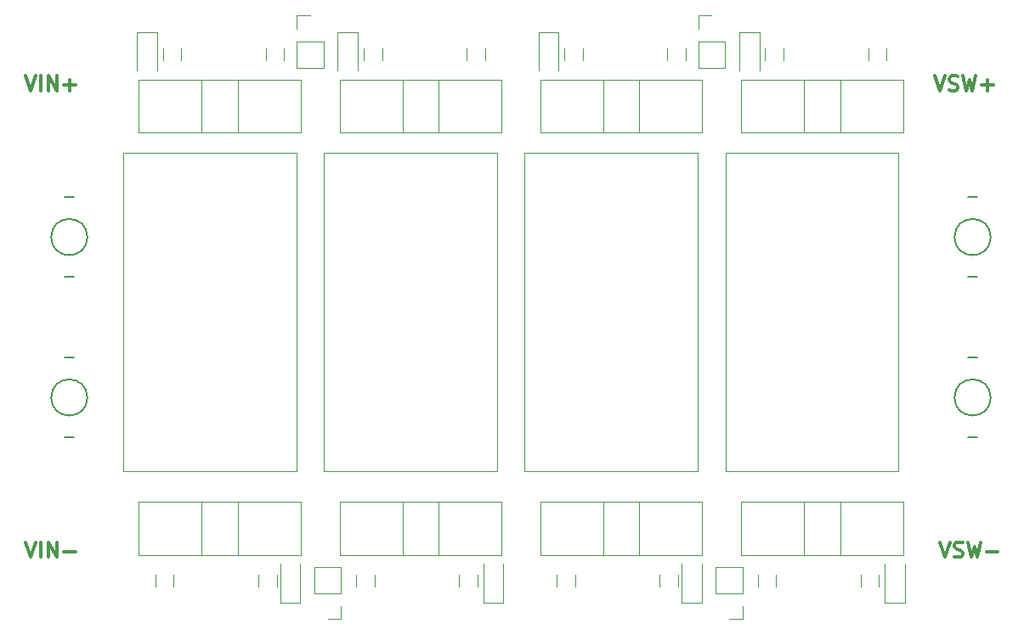
<source format=gbr>
G04 #@! TF.GenerationSoftware,KiCad,Pcbnew,(5.0.1-3-g963ef8bb5)*
G04 #@! TF.CreationDate,2019-01-22T14:46:53-08:00*
G04 #@! TF.ProjectId,inverter,696E7665727465722E6B696361645F70,rev?*
G04 #@! TF.SameCoordinates,Original*
G04 #@! TF.FileFunction,Legend,Top*
G04 #@! TF.FilePolarity,Positive*
%FSLAX46Y46*%
G04 Gerber Fmt 4.6, Leading zero omitted, Abs format (unit mm)*
G04 Created by KiCad (PCBNEW (5.0.1-3-g963ef8bb5)) date Tuesday, January 22, 2019 at 02:46:53 PM*
%MOMM*%
%LPD*%
G01*
G04 APERTURE LIST*
%ADD10C,0.300000*%
%ADD11C,0.120000*%
%ADD12C,0.150000*%
G04 APERTURE END LIST*
D10*
X192250000Y-98678571D02*
X192750000Y-100178571D01*
X193250000Y-98678571D01*
X193678571Y-100107142D02*
X193892857Y-100178571D01*
X194250000Y-100178571D01*
X194392857Y-100107142D01*
X194464285Y-100035714D01*
X194535714Y-99892857D01*
X194535714Y-99750000D01*
X194464285Y-99607142D01*
X194392857Y-99535714D01*
X194250000Y-99464285D01*
X193964285Y-99392857D01*
X193821428Y-99321428D01*
X193750000Y-99250000D01*
X193678571Y-99107142D01*
X193678571Y-98964285D01*
X193750000Y-98821428D01*
X193821428Y-98750000D01*
X193964285Y-98678571D01*
X194321428Y-98678571D01*
X194535714Y-98750000D01*
X195035714Y-98678571D02*
X195392857Y-100178571D01*
X195678571Y-99107142D01*
X195964285Y-100178571D01*
X196321428Y-98678571D01*
X196892857Y-99607142D02*
X198035714Y-99607142D01*
X191750000Y-52178571D02*
X192250000Y-53678571D01*
X192750000Y-52178571D01*
X193178571Y-53607142D02*
X193392857Y-53678571D01*
X193750000Y-53678571D01*
X193892857Y-53607142D01*
X193964285Y-53535714D01*
X194035714Y-53392857D01*
X194035714Y-53250000D01*
X193964285Y-53107142D01*
X193892857Y-53035714D01*
X193750000Y-52964285D01*
X193464285Y-52892857D01*
X193321428Y-52821428D01*
X193250000Y-52750000D01*
X193178571Y-52607142D01*
X193178571Y-52464285D01*
X193250000Y-52321428D01*
X193321428Y-52250000D01*
X193464285Y-52178571D01*
X193821428Y-52178571D01*
X194035714Y-52250000D01*
X194535714Y-52178571D02*
X194892857Y-53678571D01*
X195178571Y-52607142D01*
X195464285Y-53678571D01*
X195821428Y-52178571D01*
X196392857Y-53107142D02*
X197535714Y-53107142D01*
X196964285Y-53678571D02*
X196964285Y-52535714D01*
X101178571Y-98678571D02*
X101678571Y-100178571D01*
X102178571Y-98678571D01*
X102678571Y-100178571D02*
X102678571Y-98678571D01*
X103392857Y-100178571D02*
X103392857Y-98678571D01*
X104250000Y-100178571D01*
X104250000Y-98678571D01*
X104964285Y-99607142D02*
X106107142Y-99607142D01*
X101178571Y-52178571D02*
X101678571Y-53678571D01*
X102178571Y-52178571D01*
X102678571Y-53678571D02*
X102678571Y-52178571D01*
X103392857Y-53678571D02*
X103392857Y-52178571D01*
X104250000Y-53678571D01*
X104250000Y-52178571D01*
X104964285Y-53107142D02*
X106107142Y-53107142D01*
X105535714Y-53678571D02*
X105535714Y-52535714D01*
D11*
G04 #@! TO.C,C4*
X188120000Y-59880000D02*
X188120000Y-91620000D01*
X170880000Y-59880000D02*
X170880000Y-91620000D01*
X188120000Y-59880000D02*
X170880000Y-59880000D01*
X188120000Y-91620000D02*
X170880000Y-91620000D01*
G04 #@! TO.C,C2*
X148120000Y-59880000D02*
X148120000Y-91620000D01*
X130880000Y-59880000D02*
X130880000Y-91620000D01*
X148120000Y-59880000D02*
X130880000Y-59880000D01*
X148120000Y-91620000D02*
X130880000Y-91620000D01*
G04 #@! TO.C,Q1*
X112430000Y-52549000D02*
X128570000Y-52549000D01*
X112430000Y-57820000D02*
X128570000Y-57820000D01*
X112430000Y-52549000D02*
X112430000Y-57820000D01*
X128570000Y-52549000D02*
X128570000Y-57820000D01*
X118696000Y-52549000D02*
X118696000Y-57820000D01*
X122305000Y-52549000D02*
X122305000Y-57820000D01*
G04 #@! TO.C,Q2*
X118695000Y-99951000D02*
X118695000Y-94680000D01*
X122304000Y-99951000D02*
X122304000Y-94680000D01*
X112430000Y-99951000D02*
X112430000Y-94680000D01*
X128570000Y-99951000D02*
X128570000Y-94680000D01*
X128570000Y-94680000D02*
X112430000Y-94680000D01*
X128570000Y-99951000D02*
X112430000Y-99951000D01*
G04 #@! TO.C,Q3*
X142305000Y-52549000D02*
X142305000Y-57820000D01*
X138696000Y-52549000D02*
X138696000Y-57820000D01*
X148570000Y-52549000D02*
X148570000Y-57820000D01*
X132430000Y-52549000D02*
X132430000Y-57820000D01*
X132430000Y-57820000D02*
X148570000Y-57820000D01*
X132430000Y-52549000D02*
X148570000Y-52549000D01*
G04 #@! TO.C,Q4*
X148570000Y-99951000D02*
X132430000Y-99951000D01*
X148570000Y-94680000D02*
X132430000Y-94680000D01*
X148570000Y-99951000D02*
X148570000Y-94680000D01*
X132430000Y-99951000D02*
X132430000Y-94680000D01*
X142304000Y-99951000D02*
X142304000Y-94680000D01*
X138695000Y-99951000D02*
X138695000Y-94680000D01*
G04 #@! TO.C,C1*
X128120000Y-91620000D02*
X110880000Y-91620000D01*
X128120000Y-59880000D02*
X110880000Y-59880000D01*
X110880000Y-59880000D02*
X110880000Y-91620000D01*
X128120000Y-59880000D02*
X128120000Y-91620000D01*
G04 #@! TO.C,C3*
X168120000Y-91620000D02*
X150880000Y-91620000D01*
X168120000Y-59880000D02*
X150880000Y-59880000D01*
X150880000Y-59880000D02*
X150880000Y-91620000D01*
X168120000Y-59880000D02*
X168120000Y-91620000D01*
G04 #@! TO.C,Q5*
X162305000Y-52549000D02*
X162305000Y-57820000D01*
X158696000Y-52549000D02*
X158696000Y-57820000D01*
X168570000Y-52549000D02*
X168570000Y-57820000D01*
X152430000Y-52549000D02*
X152430000Y-57820000D01*
X152430000Y-57820000D02*
X168570000Y-57820000D01*
X152430000Y-52549000D02*
X168570000Y-52549000D01*
G04 #@! TO.C,Q6*
X158695000Y-99951000D02*
X158695000Y-94680000D01*
X162304000Y-99951000D02*
X162304000Y-94680000D01*
X152430000Y-99951000D02*
X152430000Y-94680000D01*
X168570000Y-99951000D02*
X168570000Y-94680000D01*
X168570000Y-94680000D02*
X152430000Y-94680000D01*
X168570000Y-99951000D02*
X152430000Y-99951000D01*
G04 #@! TO.C,Q7*
X172430000Y-52549000D02*
X188570000Y-52549000D01*
X172430000Y-57820000D02*
X188570000Y-57820000D01*
X172430000Y-52549000D02*
X172430000Y-57820000D01*
X188570000Y-52549000D02*
X188570000Y-57820000D01*
X178696000Y-52549000D02*
X178696000Y-57820000D01*
X182305000Y-52549000D02*
X182305000Y-57820000D01*
G04 #@! TO.C,Q8*
X188570000Y-99951000D02*
X172430000Y-99951000D01*
X188570000Y-94680000D02*
X172430000Y-94680000D01*
X188570000Y-99951000D02*
X188570000Y-94680000D01*
X172430000Y-99951000D02*
X172430000Y-94680000D01*
X182304000Y-99951000D02*
X182304000Y-94680000D01*
X178695000Y-99951000D02*
X178695000Y-94680000D01*
D12*
G04 #@! TO.C,J1*
X105000000Y-72250000D02*
X106000000Y-72250000D01*
X105000000Y-64250000D02*
X106000000Y-64250000D01*
X107302776Y-68250000D02*
G75*
G03X107302776Y-68250000I-1802776J0D01*
G01*
G04 #@! TO.C,J2*
X107302776Y-84250000D02*
G75*
G03X107302776Y-84250000I-1802776J0D01*
G01*
X105000000Y-80250000D02*
X106000000Y-80250000D01*
X105000000Y-88250000D02*
X106000000Y-88250000D01*
G04 #@! TO.C,J3*
X195000000Y-72250000D02*
X196000000Y-72250000D01*
X195000000Y-64250000D02*
X196000000Y-64250000D01*
X197302776Y-68250000D02*
G75*
G03X197302776Y-68250000I-1802776J0D01*
G01*
G04 #@! TO.C,J4*
X197302776Y-84250000D02*
G75*
G03X197302776Y-84250000I-1802776J0D01*
G01*
X195000000Y-80250000D02*
X196000000Y-80250000D01*
X195000000Y-88250000D02*
X196000000Y-88250000D01*
D11*
G04 #@! TO.C,J5*
X128170000Y-51370000D02*
X130830000Y-51370000D01*
X128170000Y-48770000D02*
X128170000Y-51370000D01*
X130830000Y-48770000D02*
X130830000Y-51370000D01*
X128170000Y-48770000D02*
X130830000Y-48770000D01*
X128170000Y-47500000D02*
X128170000Y-46170000D01*
X128170000Y-46170000D02*
X129500000Y-46170000D01*
G04 #@! TO.C,J6*
X132580000Y-106370000D02*
X131250000Y-106370000D01*
X132580000Y-105040000D02*
X132580000Y-106370000D01*
X132580000Y-103770000D02*
X129920000Y-103770000D01*
X129920000Y-103770000D02*
X129920000Y-101170000D01*
X132580000Y-103770000D02*
X132580000Y-101170000D01*
X132580000Y-101170000D02*
X129920000Y-101170000D01*
G04 #@! TO.C,J7*
X168170000Y-51370000D02*
X170830000Y-51370000D01*
X168170000Y-48770000D02*
X168170000Y-51370000D01*
X170830000Y-48770000D02*
X170830000Y-51370000D01*
X168170000Y-48770000D02*
X170830000Y-48770000D01*
X168170000Y-47500000D02*
X168170000Y-46170000D01*
X168170000Y-46170000D02*
X169500000Y-46170000D01*
G04 #@! TO.C,J8*
X172580000Y-106370000D02*
X171250000Y-106370000D01*
X172580000Y-105040000D02*
X172580000Y-106370000D01*
X172580000Y-103770000D02*
X169920000Y-103770000D01*
X169920000Y-103770000D02*
X169920000Y-101170000D01*
X172580000Y-103770000D02*
X172580000Y-101170000D01*
X172580000Y-101170000D02*
X169920000Y-101170000D01*
G04 #@! TO.C,D1*
X114250000Y-47800000D02*
X112250000Y-47800000D01*
X112250000Y-47800000D02*
X112250000Y-51650000D01*
X114250000Y-47800000D02*
X114250000Y-51650000D01*
G04 #@! TO.C,D2*
X126500000Y-104700000D02*
X128500000Y-104700000D01*
X128500000Y-104700000D02*
X128500000Y-100850000D01*
X126500000Y-104700000D02*
X126500000Y-100850000D01*
G04 #@! TO.C,D3*
X134250000Y-47800000D02*
X132250000Y-47800000D01*
X132250000Y-47800000D02*
X132250000Y-51650000D01*
X134250000Y-47800000D02*
X134250000Y-51650000D01*
G04 #@! TO.C,D4*
X146750000Y-104700000D02*
X146750000Y-100850000D01*
X148750000Y-104700000D02*
X148750000Y-100850000D01*
X146750000Y-104700000D02*
X148750000Y-104700000D01*
G04 #@! TO.C,D5*
X154250000Y-47800000D02*
X154250000Y-51650000D01*
X152250000Y-47800000D02*
X152250000Y-51650000D01*
X154250000Y-47800000D02*
X152250000Y-47800000D01*
G04 #@! TO.C,D6*
X166500000Y-104700000D02*
X168500000Y-104700000D01*
X168500000Y-104700000D02*
X168500000Y-100850000D01*
X166500000Y-104700000D02*
X166500000Y-100850000D01*
G04 #@! TO.C,D7*
X174250000Y-47800000D02*
X172250000Y-47800000D01*
X172250000Y-47800000D02*
X172250000Y-51650000D01*
X174250000Y-47800000D02*
X174250000Y-51650000D01*
G04 #@! TO.C,D8*
X186750000Y-104700000D02*
X186750000Y-100850000D01*
X188750000Y-104700000D02*
X188750000Y-100850000D01*
X186750000Y-104700000D02*
X188750000Y-104700000D01*
G04 #@! TO.C,R1*
X116660000Y-50602064D02*
X116660000Y-49397936D01*
X114840000Y-50602064D02*
X114840000Y-49397936D01*
G04 #@! TO.C,R2*
X125090000Y-50602064D02*
X125090000Y-49397936D01*
X126910000Y-50602064D02*
X126910000Y-49397936D01*
G04 #@! TO.C,R3*
X124340000Y-101897936D02*
X124340000Y-103102064D01*
X126160000Y-101897936D02*
X126160000Y-103102064D01*
G04 #@! TO.C,R4*
X134090000Y-101897936D02*
X134090000Y-103102064D01*
X135910000Y-101897936D02*
X135910000Y-103102064D01*
G04 #@! TO.C,R5*
X134840000Y-50602064D02*
X134840000Y-49397936D01*
X136660000Y-50602064D02*
X136660000Y-49397936D01*
G04 #@! TO.C,R6*
X146910000Y-50602064D02*
X146910000Y-49397936D01*
X145090000Y-50602064D02*
X145090000Y-49397936D01*
G04 #@! TO.C,R7*
X146160000Y-101897936D02*
X146160000Y-103102064D01*
X144340000Y-101897936D02*
X144340000Y-103102064D01*
G04 #@! TO.C,R8*
X115910000Y-101897936D02*
X115910000Y-103102064D01*
X114090000Y-101897936D02*
X114090000Y-103102064D01*
G04 #@! TO.C,R9*
X154840000Y-50602064D02*
X154840000Y-49397936D01*
X156660000Y-50602064D02*
X156660000Y-49397936D01*
G04 #@! TO.C,R10*
X166910000Y-50602064D02*
X166910000Y-49397936D01*
X165090000Y-50602064D02*
X165090000Y-49397936D01*
G04 #@! TO.C,R11*
X164340000Y-101897936D02*
X164340000Y-103102064D01*
X166160000Y-101897936D02*
X166160000Y-103102064D01*
G04 #@! TO.C,R12*
X155910000Y-101897936D02*
X155910000Y-103102064D01*
X154090000Y-101897936D02*
X154090000Y-103102064D01*
G04 #@! TO.C,R13*
X176660000Y-50602064D02*
X176660000Y-49397936D01*
X174840000Y-50602064D02*
X174840000Y-49397936D01*
G04 #@! TO.C,R14*
X185090000Y-50602064D02*
X185090000Y-49397936D01*
X186910000Y-50602064D02*
X186910000Y-49397936D01*
G04 #@! TO.C,R15*
X186160000Y-101897936D02*
X186160000Y-103102064D01*
X184340000Y-101897936D02*
X184340000Y-103102064D01*
G04 #@! TO.C,R16*
X174090000Y-101897936D02*
X174090000Y-103102064D01*
X175910000Y-101897936D02*
X175910000Y-103102064D01*
G04 #@! TD*
M02*

</source>
